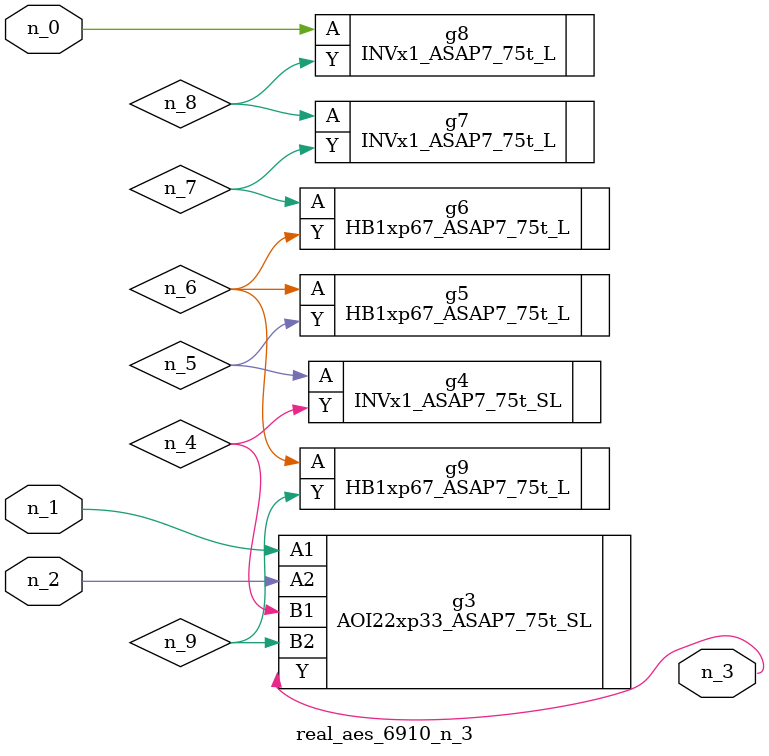
<source format=v>
module real_aes_6910_n_3 (n_0, n_2, n_1, n_3);
input n_0;
input n_2;
input n_1;
output n_3;
wire n_4;
wire n_5;
wire n_7;
wire n_9;
wire n_6;
wire n_8;
INVx1_ASAP7_75t_L g8 ( .A(n_0), .Y(n_8) );
AOI22xp33_ASAP7_75t_SL g3 ( .A1(n_1), .A2(n_2), .B1(n_4), .B2(n_9), .Y(n_3) );
INVx1_ASAP7_75t_SL g4 ( .A(n_5), .Y(n_4) );
HB1xp67_ASAP7_75t_L g5 ( .A(n_6), .Y(n_5) );
HB1xp67_ASAP7_75t_L g9 ( .A(n_6), .Y(n_9) );
HB1xp67_ASAP7_75t_L g6 ( .A(n_7), .Y(n_6) );
INVx1_ASAP7_75t_L g7 ( .A(n_8), .Y(n_7) );
endmodule
</source>
